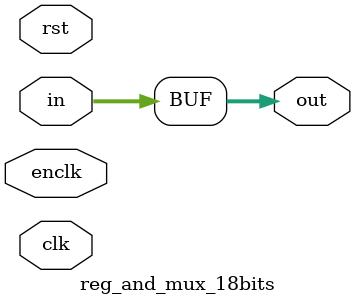
<source format=v>
module reg_and_mux_18bits(in,out,enclk,rst,clk);
parameter width=18;
parameter sel=0;
parameter RSTTYPE="SYNC";
input clk,rst,enclk;
input [17:0] in;
output [17:0] out;
reg [17:0] in_reg;

    generate
    if (RSTTYPE == "ASYNC") begin 
        always @(posedge clk or posedge rst) begin
            if(enclk==1'b1) begin
            if (rst)
                in_reg <= {width{1'b0}};
            else
                in_reg <= in;
        end
        end
    end else begin 
        always @(posedge clk) begin
            if(enclk==1'b1) begin
            if (rst)
                in_reg <= {width{1'b0}};
            else
                in_reg <= in;
            end
        end
    end
    
     endgenerate
assign out = (sel==1'b1)? in_reg:in;
endmodule
</source>
